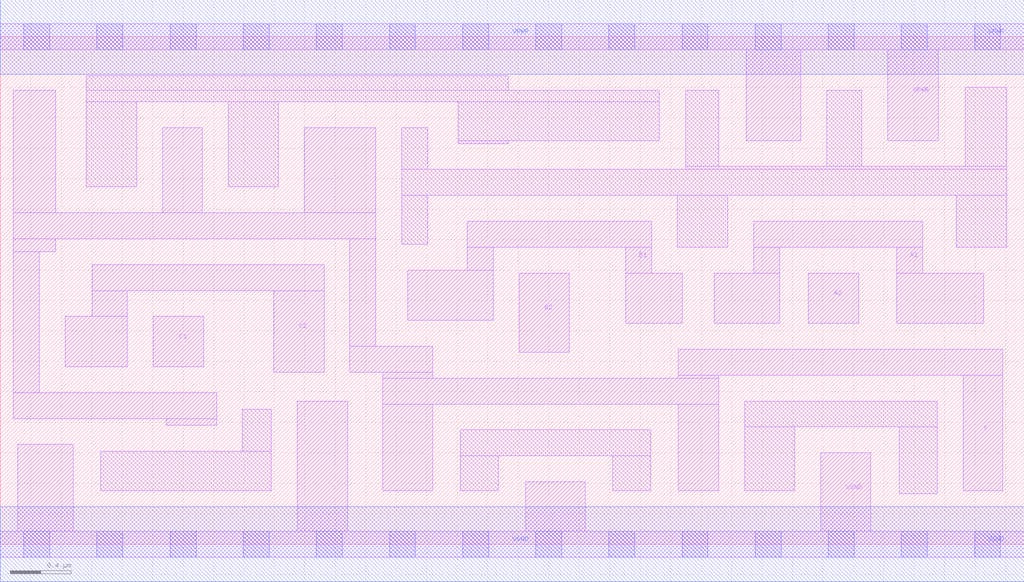
<source format=lef>
# Copyright 2020 The SkyWater PDK Authors
#
# Licensed under the Apache License, Version 2.0 (the "License");
# you may not use this file except in compliance with the License.
# You may obtain a copy of the License at
#
#     https://www.apache.org/licenses/LICENSE-2.0
#
# Unless required by applicable law or agreed to in writing, software
# distributed under the License is distributed on an "AS IS" BASIS,
# WITHOUT WARRANTIES OR CONDITIONS OF ANY KIND, either express or implied.
# See the License for the specific language governing permissions and
# limitations under the License.
#
# SPDX-License-Identifier: Apache-2.0

VERSION 5.7 ;
  NAMESCASESENSITIVE ON ;
  NOWIREEXTENSIONATPIN ON ;
  DIVIDERCHAR "/" ;
  BUSBITCHARS "[]" ;
UNITS
  DATABASE MICRONS 200 ;
END UNITS
MACRO sky130_fd_sc_ls__a222oi_2
  CLASS CORE ;
  SOURCE USER ;
  FOREIGN sky130_fd_sc_ls__a222oi_2 ;
  ORIGIN  0.000000  0.000000 ;
  SIZE  6.720000 BY  3.330000 ;
  SYMMETRY X Y ;
  SITE unit ;
  PIN A1
    ANTENNAGATEAREA  0.492000 ;
    DIRECTION INPUT ;
    USE SIGNAL ;
    PORT
      LAYER li1 ;
        RECT 4.685000 1.450000 5.115000 1.780000 ;
        RECT 4.945000 1.780000 5.115000 1.950000 ;
        RECT 4.945000 1.950000 6.055000 2.120000 ;
        RECT 5.885000 1.450000 6.455000 1.780000 ;
        RECT 5.885000 1.780000 6.055000 1.950000 ;
    END
  END A1
  PIN A2
    ANTENNAGATEAREA  0.492000 ;
    DIRECTION INPUT ;
    USE SIGNAL ;
    PORT
      LAYER li1 ;
        RECT 5.305000 1.450000 5.635000 1.780000 ;
    END
  END A2
  PIN B1
    ANTENNAGATEAREA  0.492000 ;
    DIRECTION INPUT ;
    USE SIGNAL ;
    PORT
      LAYER li1 ;
        RECT 2.675000 1.470000 3.235000 1.800000 ;
        RECT 3.065000 1.800000 3.235000 1.950000 ;
        RECT 3.065000 1.950000 4.275000 2.120000 ;
        RECT 4.105000 1.450000 4.475000 1.780000 ;
        RECT 4.105000 1.780000 4.275000 1.950000 ;
    END
  END B1
  PIN B2
    ANTENNAGATEAREA  0.492000 ;
    DIRECTION INPUT ;
    USE SIGNAL ;
    PORT
      LAYER li1 ;
        RECT 3.405000 1.260000 3.735000 1.780000 ;
    END
  END B2
  PIN C1
    ANTENNAGATEAREA  0.492000 ;
    DIRECTION INPUT ;
    USE SIGNAL ;
    PORT
      LAYER li1 ;
        RECT 1.005000 1.165000 1.335000 1.495000 ;
    END
  END C1
  PIN C2
    ANTENNAGATEAREA  0.492000 ;
    DIRECTION INPUT ;
    USE SIGNAL ;
    PORT
      LAYER li1 ;
        RECT 0.425000 1.165000 0.835000 1.495000 ;
        RECT 0.605000 1.495000 0.835000 1.665000 ;
        RECT 0.605000 1.665000 2.125000 1.835000 ;
        RECT 1.795000 1.130000 2.125000 1.665000 ;
    END
  END C2
  PIN Y
    ANTENNADIFFAREA  1.693200 ;
    DIRECTION OUTPUT ;
    USE SIGNAL ;
    PORT
      LAYER li1 ;
        RECT 0.085000 0.825000 1.420000 0.995000 ;
        RECT 0.085000 0.995000 0.255000 1.920000 ;
        RECT 0.085000 1.920000 0.365000 2.005000 ;
        RECT 0.085000 2.005000 2.465000 2.175000 ;
        RECT 0.085000 2.175000 0.365000 2.980000 ;
        RECT 1.065000 2.175000 1.325000 2.735000 ;
        RECT 1.090000 0.780000 1.420000 0.825000 ;
        RECT 1.995000 2.175000 2.465000 2.735000 ;
        RECT 2.295000 1.130000 2.840000 1.300000 ;
        RECT 2.295000 1.300000 2.465000 2.005000 ;
        RECT 2.510000 0.350000 2.840000 0.920000 ;
        RECT 2.510000 0.920000 4.715000 1.090000 ;
        RECT 2.510000 1.090000 2.840000 1.130000 ;
        RECT 4.450000 0.350000 4.715000 0.920000 ;
        RECT 4.450000 1.090000 4.715000 1.110000 ;
        RECT 4.450000 1.110000 6.580000 1.280000 ;
        RECT 6.320000 0.350000 6.580000 1.110000 ;
    END
  END Y
  PIN VGND
    DIRECTION INOUT ;
    SHAPE ABUTMENT ;
    USE GROUND ;
    PORT
      LAYER li1 ;
        RECT 0.000000 -0.085000 6.720000 0.085000 ;
        RECT 0.115000  0.085000 0.480000 0.655000 ;
        RECT 1.950000  0.085000 2.280000 0.940000 ;
        RECT 3.450000  0.085000 3.840000 0.410000 ;
        RECT 5.385000  0.085000 5.715000 0.600000 ;
      LAYER mcon ;
        RECT 0.155000 -0.085000 0.325000 0.085000 ;
        RECT 0.635000 -0.085000 0.805000 0.085000 ;
        RECT 1.115000 -0.085000 1.285000 0.085000 ;
        RECT 1.595000 -0.085000 1.765000 0.085000 ;
        RECT 2.075000 -0.085000 2.245000 0.085000 ;
        RECT 2.555000 -0.085000 2.725000 0.085000 ;
        RECT 3.035000 -0.085000 3.205000 0.085000 ;
        RECT 3.515000 -0.085000 3.685000 0.085000 ;
        RECT 3.995000 -0.085000 4.165000 0.085000 ;
        RECT 4.475000 -0.085000 4.645000 0.085000 ;
        RECT 4.955000 -0.085000 5.125000 0.085000 ;
        RECT 5.435000 -0.085000 5.605000 0.085000 ;
        RECT 5.915000 -0.085000 6.085000 0.085000 ;
        RECT 6.395000 -0.085000 6.565000 0.085000 ;
      LAYER met1 ;
        RECT 0.000000 -0.245000 6.720000 0.245000 ;
    END
  END VGND
  PIN VPWR
    DIRECTION INOUT ;
    SHAPE ABUTMENT ;
    USE POWER ;
    PORT
      LAYER li1 ;
        RECT 0.000000 3.245000 6.720000 3.415000 ;
        RECT 4.895000 2.650000 5.255000 3.245000 ;
        RECT 5.825000 2.650000 6.155000 3.245000 ;
      LAYER mcon ;
        RECT 0.155000 3.245000 0.325000 3.415000 ;
        RECT 0.635000 3.245000 0.805000 3.415000 ;
        RECT 1.115000 3.245000 1.285000 3.415000 ;
        RECT 1.595000 3.245000 1.765000 3.415000 ;
        RECT 2.075000 3.245000 2.245000 3.415000 ;
        RECT 2.555000 3.245000 2.725000 3.415000 ;
        RECT 3.035000 3.245000 3.205000 3.415000 ;
        RECT 3.515000 3.245000 3.685000 3.415000 ;
        RECT 3.995000 3.245000 4.165000 3.415000 ;
        RECT 4.475000 3.245000 4.645000 3.415000 ;
        RECT 4.955000 3.245000 5.125000 3.415000 ;
        RECT 5.435000 3.245000 5.605000 3.415000 ;
        RECT 5.915000 3.245000 6.085000 3.415000 ;
        RECT 6.395000 3.245000 6.565000 3.415000 ;
      LAYER met1 ;
        RECT 0.000000 3.085000 6.720000 3.575000 ;
    END
  END VPWR
  OBS
    LAYER li1 ;
      RECT 0.565000 2.345000 0.895000 2.905000 ;
      RECT 0.565000 2.905000 4.325000 2.980000 ;
      RECT 0.565000 2.980000 3.335000 3.075000 ;
      RECT 0.660000 0.350000 1.780000 0.610000 ;
      RECT 1.495000 2.345000 1.825000 2.905000 ;
      RECT 1.590000 0.610000 1.780000 0.885000 ;
      RECT 2.635000 1.970000 2.805000 2.290000 ;
      RECT 2.635000 2.290000 6.605000 2.460000 ;
      RECT 2.635000 2.460000 2.805000 2.735000 ;
      RECT 3.005000 2.630000 3.335000 2.650000 ;
      RECT 3.005000 2.650000 4.325000 2.905000 ;
      RECT 3.020000 0.350000 3.270000 0.580000 ;
      RECT 3.020000 0.580000 4.270000 0.750000 ;
      RECT 4.020000 0.350000 4.270000 0.580000 ;
      RECT 4.445000 1.950000 4.775000 2.290000 ;
      RECT 4.500000 2.460000 6.605000 2.480000 ;
      RECT 4.500000 2.480000 4.715000 2.980000 ;
      RECT 4.885000 0.350000 5.215000 0.770000 ;
      RECT 4.885000 0.770000 6.150000 0.940000 ;
      RECT 5.425000 2.480000 5.655000 2.980000 ;
      RECT 5.900000 0.330000 6.150000 0.770000 ;
      RECT 6.275000 1.950000 6.605000 2.290000 ;
      RECT 6.335000 2.480000 6.605000 3.000000 ;
  END
END sky130_fd_sc_ls__a222oi_2

</source>
